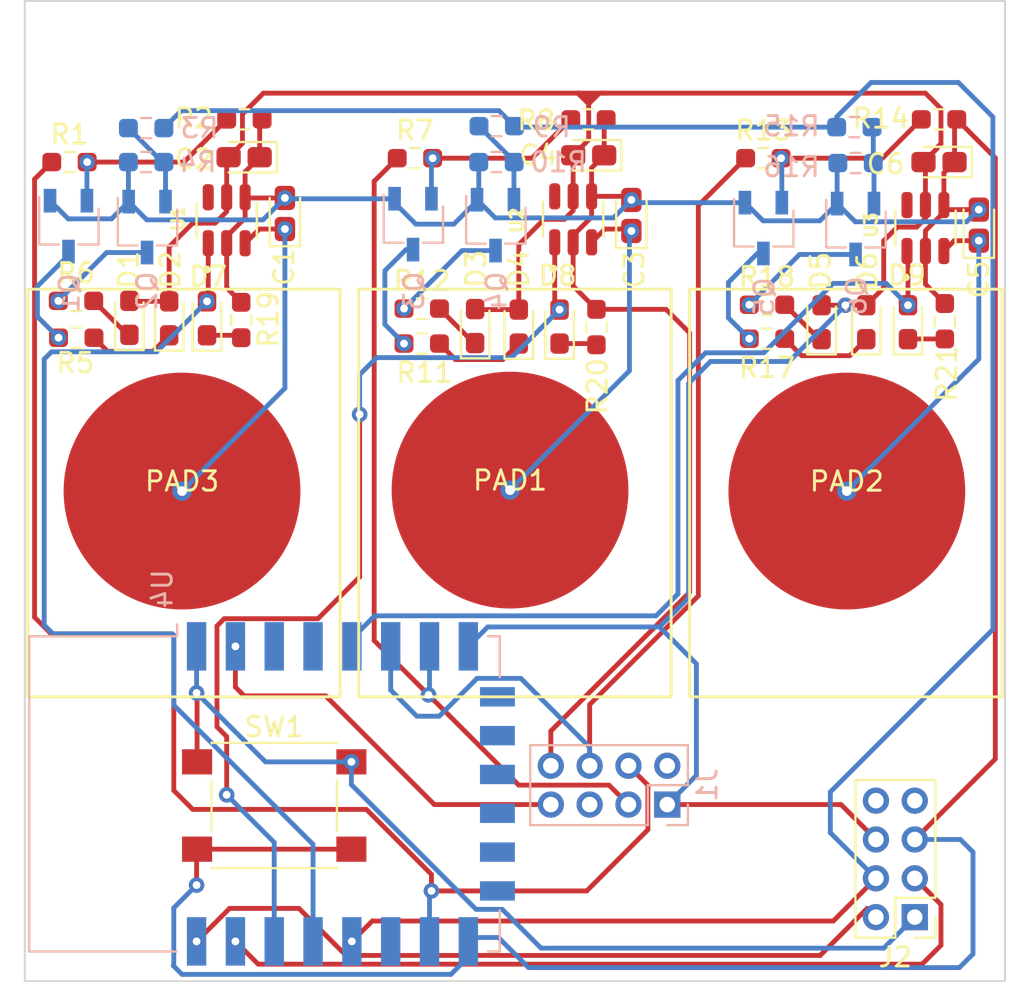
<source format=kicad_pcb>
(kicad_pcb (version 20211014) (generator pcbnew)
  (layers (0 "F.Cu" signal) (31 "B.Cu" signal) (34 "B.Paste" user) (35 "F.Paste" user) (36 "B.SilkS" user "B.Silkscreen") (37 "F.SilkS" user "F.Silkscreen") (38 "B.Mask" user) (39 "F.Mask" user) (44 "Edge.Cuts" user))
  (net 0 "")
  (net 1 "Net-(C1-Pad1)")
  (net 2 "GND")
  (net 3 "+3V3")
  (net 4 "Net-(C3-Pad1)")
  (net 5 "Net-(C5-Pad1)")
  (net 6 "Net-(D1-Pad1)")
  (net 7 "Net-(D2-Pad1)")
  (net 8 "Net-(D3-Pad1)")
  (net 9 "Net-(D4-Pad1)")
  (net 10 "Net-(D5-Pad1)")
  (net 11 "Net-(D6-Pad1)")
  (net 12 "Net-(D7-Pad1)")
  (net 13 "Touch 1")
  (net 14 "Net-(D8-Pad1)")
  (net 15 "Touch 2")
  (net 16 "Net-(D9-Pad1)")
  (net 17 "Touch 3")
  (net 19 "Relay 2")
  (net 20 "Relay 1")
  (net 21 "Relay 3")
  (net 22 "TEMP")
  (net 23 "RST")
  (net 24 "TX")
  (net 25 "RX")
  (net 26 "BLUELED")
  (net 27 "Net-(Q1-Pad2)")
  (net 28 "Net-(Q1-Pad3)")
  (net 29 "Net-(Q2-Pad2)")
  (net 30 "Net-(Q2-Pad3)")
  (net 31 "Net-(Q3-Pad2)")
  (net 32 "Net-(Q3-Pad3)")
  (net 33 "Net-(Q4-Pad2)")
  (net 34 "Net-(Q4-Pad3)")
  (net 35 "Net-(Q5-Pad2)")
  (net 36 "Net-(Q5-Pad3)")
  (net 37 "Net-(Q6-Pad2)")
  (net 38 "Net-(Q6-Pad3)")
  (footprint "Resistor_SMD:R_0603_1608Metric_Pad0.98x0.95mm_HandSolder" (layer "F.Cu") (at 109.8 87.05)
    (fp_text reference "R1")
    (fp_text value "1K")
  )
  (footprint "Connector:senspad" (layer "F.Cu") (at 132.5 103.95)
    (fp_text reference "PAD1")
    (fp_text value "Sense pad 1")
  )
  (footprint "ttp223:SOT95P285X126-6N" (layer "F.Cu") (at 135.75 90 90)
    (fp_text reference "U2")
    (fp_text value "TTP223_2")
  )
  (footprint "LED_SMD:LED_0603_1608Metric_Pad1.05x0.95mm_HandSolder" (layer "F.Cu") (at 148.55 95.3 90)
    (fp_text reference "D5")
    (fp_text value "BLUE")
  )
  (footprint "Button_Switch_SMD:SW_Push_1P1T_NO_6x6mm_H9.5mm" (layer "F.Cu") (at 120.35 120.2)
    (fp_text reference "SW1")
    (fp_text value "Reset Switch")
  )
  (footprint "Resistor_SMD:R_0603_1608Metric_Pad0.98x0.95mm_HandSolder" (layer "F.Cu") (at 127.95 94.6)
    (fp_text reference "R12")
    (fp_text value "10R")
  )
  (footprint "Capacitor_Tantalum_SMD:CP_EIA-1608-10_AVX-L_Pad1.25x1.05mm_HandSolder" (layer "F.Cu") (at 154.6 87.05 180)
    (fp_text reference "C6")
    (fp_text value "100nF")
  )
  (footprint "Resistor_SMD:R_0603_1608Metric_Pad0.98x0.95mm_HandSolder" (layer "F.Cu") (at 154.9 95.25 90)
    (fp_text reference "R21")
    (fp_text value "1K")
  )
  (footprint "Resistor_SMD:R_0603_1608Metric_Pad0.98x0.95mm_HandSolder" (layer "F.Cu") (at 127.6 86.85)
    (fp_text reference "R7")
    (fp_text value "1K")
  )
  (footprint "Resistor_SMD:R_0603_1608Metric_Pad0.98x0.95mm_HandSolder" (layer "F.Cu") (at 145.7375 96.15)
    (fp_text reference "R17")
    (fp_text value "10R")
  )
  (footprint "Capacitor_Tantalum_SMD:CP_EIA-1608-10_AVX-L_Pad1.25x1.05mm_HandSolder" (layer "F.Cu") (at 120.9 89.7 90)
    (fp_text reference "C1")
    (fp_text value "0-50 pF (30 pF)")
  )
  (footprint "Resistor_SMD:R_0603_1608Metric_Pad0.98x0.95mm_HandSolder" (layer "F.Cu") (at 118.8125 84.85 180)
    (fp_text reference "R2")
    (fp_text value "10K")
  )
  (footprint "Resistor_SMD:R_0603_1608Metric_Pad0.98x0.95mm_HandSolder" (layer "F.Cu") (at 136.95 95.55 90)
    (fp_text reference "R20")
    (fp_text value "1K")
  )
  (footprint "Capacitor_Tantalum_SMD:CP_EIA-1608-10_AVX-L_Pad1.25x1.05mm_HandSolder" (layer "F.Cu") (at 138.75 89.8 90)
    (fp_text reference "C3")
    (fp_text value "0-50 pF (30 pF)")
  )
  (footprint "Resistor_SMD:R_0603_1608Metric_Pad0.98x0.95mm_HandSolder" (layer "F.Cu") (at 110.1375 94.2)
    (fp_text reference "R6")
    (fp_text value "10R")
  )
  (footprint "LED_SMD:LED_0603_1608Metric_Pad1.05x0.95mm_HandSolder" (layer "F.Cu") (at 114.9375 95.1 90)
    (fp_text reference "D2")
    (fp_text value "WHITE")
  )
  (footprint "Resistor_SMD:R_0603_1608Metric_Pad0.98x0.95mm_HandSolder" (layer "F.Cu") (at 154.6 84.85 180)
    (fp_text reference "R14")
    (fp_text value "10K")
  )
  (footprint "LED_SMD:LED_0603_1608Metric_Pad1.05x0.95mm_HandSolder" (layer "F.Cu") (at 135.05 95.525 90)
    (fp_text reference "D8")
    (fp_text value "RED")
  )
  (footprint "Resistor_SMD:R_0603_1608Metric_Pad0.98x0.95mm_HandSolder" (layer "F.Cu") (at 118.65 95.1875 90)
    (fp_text reference "R19")
    (fp_text value "1K")
  )
  (footprint "ttp223:SOT95P285X126-6N" (layer "F.Cu") (at 153.9 90.45 90)
    (fp_text reference "U3")
    (fp_text value "TTP223_3")
  )
  (footprint "Capacitor_Tantalum_SMD:CP_EIA-1608-10_AVX-L_Pad1.25x1.05mm_HandSolder" (layer "F.Cu") (at 118.8 86.8 180)
    (fp_text reference "C2")
    (fp_text value "100nF")
  )
  (footprint "Connector:senspad" (layer "F.Cu") (at 115.6 104)
    (fp_text reference "PAD3")
    (fp_text value "Sense pad 3")
  )
  (footprint "Connector_PinHeader_2.00mm:PinHeader_2x04_P2.00mm_Vertical" (layer "F.Cu") (at 153.35 125.95 180)
    (fp_text reference "J2")
    (fp_text value "2x4 Regular")
  )
  (footprint "LED_SMD:LED_0603_1608Metric_Pad1.05x0.95mm_HandSolder" (layer "F.Cu") (at 116.8875 95.1 90)
    (fp_text reference "D7")
    (fp_text value "RED")
  )
  (footprint "LED_SMD:LED_0603_1608Metric_Pad1.05x0.95mm_HandSolder" (layer "F.Cu") (at 130.7 95.5 90)
    (fp_text reference "D3")
    (fp_text value "BLUE")
  )
  (footprint "Resistor_SMD:R_0603_1608Metric_Pad0.98x0.95mm_HandSolder" (layer "F.Cu") (at 127.95 96.4)
    (fp_text reference "R11")
    (fp_text value "10R")
  )
  (footprint "LED_SMD:LED_0603_1608Metric_Pad1.05x0.95mm_HandSolder" (layer "F.Cu") (at 153 95.3 90)
    (fp_text reference "D9")
    (fp_text value "RED")
  )
  (footprint "LED_SMD:LED_0603_1608Metric_Pad1.05x0.95mm_HandSolder" (layer "F.Cu") (at 150.85 95.3 90)
    (fp_text reference "D6")
    (fp_text value "WHITE")
  )
  (footprint "Connector:senspad" (layer "F.Cu") (at 149.85 104)
    (fp_text reference "PAD2")
    (fp_text value "Sense pad 2")
  )
  (footprint "LED_SMD:LED_0603_1608Metric_Pad1.05x0.95mm_HandSolder" (layer "F.Cu") (at 132.95 95.525 90)
    (fp_text reference "D4")
    (fp_text value "WHITE")
  )
  (footprint "ttp223:SOT95P285X126-6N" (layer "F.Cu") (at 117.9 90.0475 90)
    (fp_text reference "U1")
    (fp_text value "TTP223_1")
  )
  (footprint "LED_SMD:LED_0603_1608Metric_Pad1.05x0.95mm_HandSolder" (layer "F.Cu") (at 112.8875 95.075 90)
    (fp_text reference "D1")
    (fp_text value "BLUE")
  )
  (footprint "Resistor_SMD:R_0603_1608Metric_Pad0.98x0.95mm_HandSolder" (layer "F.Cu") (at 110.15 96.1)
    (fp_text reference "R5")
    (fp_text value "10R")
  )
  (footprint "Capacitor_Tantalum_SMD:CP_EIA-1608-10_AVX-L_Pad1.25x1.05mm_HandSolder" (layer "F.Cu") (at 156.65 90.3 90)
    (fp_text reference "C5")
    (fp_text value "0-50 pF (30 pF)")
  )
  (footprint "Capacitor_Tantalum_SMD:CP_EIA-1608-10_AVX-L_Pad1.25x1.05mm_HandSolder" (layer "F.Cu") (at 136.55 86.7 180)
    (fp_text reference "C4")
    (fp_text value "100nF")
  )
  (footprint "Resistor_SMD:R_0603_1608Metric_Pad0.98x0.95mm_HandSolder" (layer "F.Cu") (at 136.5375 84.85 180)
    (fp_text reference "R8")
    (fp_text value "10K")
  )
  (footprint "Resistor_SMD:R_0603_1608Metric_Pad0.98x0.95mm_HandSolder" (layer "F.Cu") (at 145.7375 94.4)
    (fp_text reference "R18")
    (fp_text value "10R")
  )
  (footprint "Resistor_SMD:R_0603_1608Metric_Pad0.98x0.95mm_HandSolder" (layer "F.Cu") (at 145.55 86.85)
    (fp_text reference "R13")
    (fp_text value "1K")
  )
  (footprint "Resistor_SMD:R_0603_1608Metric_Pad0.98x0.95mm_HandSolder" (layer "B.Cu") (at 150.2375 85.25)
    (fp_text reference "R15")
    (fp_text value "1K")
  )
  (footprint "Package_TO_SOT_SMD:TSOT-23" (layer "B.Cu") (at 150.3 90.5 -90)
    (fp_text reference "Q6")
    (fp_text value "MMBT2222")
  )
  (footprint "Package_TO_SOT_SMD:TSOT-23" (layer "B.Cu") (at 109.75 90.35 -90)
    (fp_text reference "Q1")
    (fp_text value "MMBT2222")
  )
  (footprint "Resistor_SMD:R_0603_1608Metric_Pad0.98x0.95mm_HandSolder" (layer "B.Cu") (at 113.75 85.3 180)
    (fp_text reference "R3")
    (fp_text value "1K")
  )
  (footprint "Package_TO_SOT_SMD:TSOT-23" (layer "B.Cu") (at 127.5 90.25 -90)
    (fp_text reference "Q3")
    (fp_text value "MMBT2222")
  )
  (footprint "Resistor_SMD:R_0603_1608Metric_Pad0.98x0.95mm_HandSolder" (layer "B.Cu") (at 131.8 87.05)
    (fp_text reference "R10")
    (fp_text value "10K")
  )
  (footprint "Package_TO_SOT_SMD:TSOT-23" (layer "B.Cu") (at 131.75 90.3 -90)
    (fp_text reference "Q4")
    (fp_text value "MMBT2222")
  )
  (footprint "Package_TO_SOT_SMD:TSOT-23" (layer "B.Cu") (at 113.8 90.4 -90)
    (fp_text reference "Q2")
    (fp_text value "MMBT2222")
  )
  (footprint "RF_Module:ESP-12E" (layer "B.Cu") (at 119.85 119.6 -90)
    (fp_text reference "U4")
    (fp_text value "ESP-12E")
  )
  (footprint "Resistor_SMD:R_0603_1608Metric_Pad0.98x0.95mm_HandSolder" (layer "B.Cu") (at 113.75 87.05)
    (fp_text reference "R4")
    (fp_text value "10K")
  )
  (footprint "Connector_PinHeader_2.00mm:PinHeader_2x04_P2.00mm_Vertical" (layer "B.Cu") (at 140.6 120.15 90)
    (fp_text reference "J1")
    (fp_text value "2x4 SMD 2.0 MM")
  )
  (footprint "Resistor_SMD:R_0603_1608Metric_Pad0.98x0.95mm_HandSolder" (layer "B.Cu") (at 150.3 87.1)
    (fp_text reference "R16")
    (fp_text value "10K")
  )
  (footprint "Resistor_SMD:R_0603_1608Metric_Pad0.98x0.95mm_HandSolder" (layer "B.Cu") (at 131.8125 85.2 180)
    (fp_text reference "R9")
    (fp_text value "1K")
  )
  (footprint "Package_TO_SOT_SMD:TSOT-23" (layer "B.Cu") (at 145.55 90.45 -90)
    (fp_text reference "Q5")
    (fp_text value "MMBT2222")
  )
  (gr_rect (start 124.7 93.6) (end 140.8 114.6) (layer "F.SilkS") (width 0.15) (fill none))
  (gr_rect (start 107.65 93.6) (end 123.75 114.6) (layer "F.SilkS") (width 0.15) (fill none))
  (gr_rect (start 141.75 93.6) (end 157.85 114.6) (layer "F.SilkS") (width 0.15) (fill none))
  (gr_rect (start 107.5 78.75) (end 158 129.25) (layer "Edge.Cuts") (width 0.1) (fill none))
  (segment (start 120.9 90.5) (end 119.5825 90.5) (width 0.25) (layer "F.Cu") (net 1))
  (segment (start 119.5825 90.5) (end 118.85 91.2325) (width 0.25) (layer "F.Cu") (net 1))
  (via (at 120.9 90.5) (size 0.8) (drill 0.4) (layers "F.Cu" "B.Cu") (net 1))
  (segment (start 120.9 98.7) (end 120.9 90.5) (width 0.25) (layer "B.Cu") (net 1))
  (segment (start 115.6 104) (end 120.9 98.7) (width 0.25) (layer "B.Cu") (net 1))
  (segment (start 137.35 84.95) (end 137.45 84.85) (width 0.25) (layer "F.Cu") (net 2))
  (segment (start 124.325 122.45) (end 116.375 122.45) (width 0.25) (layer "F.Cu") (net 2))
  (segment (start 118.85 89.927085) (end 117.9 90.877085) (width 0.25) (layer "F.Cu") (net 2))
  (segment (start 116.35 124.3) (end 116.35 122.475) (width 0.25) (layer "F.Cu") (net 2))
  (segment (start 155.085 89.5) (end 154.85 89.265) (width 0.25) (layer "F.Cu") (net 2))
  (segment (start 136.95 94.6375) (end 140.5375 94.6375) (width 0.25) (layer "F.Cu") (net 2))
  (segment (start 120.9 88.9) (end 118.8875 88.9) (width 0.25) (layer "F.Cu") (net 2))
  (segment (start 117.9 90.877085) (end 117.9 91.2325) (width 0.25) (layer "F.Cu") (net 2))
  (segment (start 118.65 94.275) (end 117.9 93.525) (width 0.25) (layer "F.Cu") (net 2))
  (segment (start 153.35 121.95) (end 157.49952 117.80048) (width 0.25) (layer "F.Cu") (net 2))
  (segment (start 118.85 88.8625) (end 118.85 87.55) (width 0.25) (layer "F.Cu") (net 2))
  (segment (start 135.75 93.4375) (end 135.75 91.185) (width 0.25) (layer "F.Cu") (net 2))
  (segment (start 154.85 89.265) (end 154.85 87.6) (width 0.25) (layer "F.Cu") (net 2))
  (segment (start 135.75 90.829585) (end 135.75 91.185) (width 0.25) (layer "F.Cu") (net 2))
  (segment (start 119.6 84.975) (end 119.725 84.85) (width 0.25) (layer "F.Cu") (net 2))
  (segment (start 140.5375 94.6375) (end 141.75048 95.85048) (width 0.25) (layer "F.Cu") (net 2))
  (segment (start 156.65 89.5) (end 155.085 89.5) (width 0.25) (layer "F.Cu") (net 2))
  (segment (start 153.9 91.635) (end 153.9 93.3375) (width 0.25) (layer "F.Cu") (net 2))
  (segment (start 118.85 88.8625) (end 118.85 89.927085) (width 0.25) (layer "F.Cu") (net 2))
  (segment (start 154.85 87.6) (end 155.4 87.05) (width 0.25) (layer "F.Cu") (net 2))
  (segment (start 137.35 86.7) (end 137.35 84.95) (width 0.25) (layer "F.Cu") (net 2))
  (segment (start 118.8875 88.9) (end 118.85 88.8625) (width 0.25) (layer "F.Cu") (net 2))
  (segment (start 138.565 88.815) (end 138.75 89) (width 0.25) (layer "F.Cu") (net 2))
  (segment (start 153.9 91.635) (end 153.9 90.585718) (width 0.25) (layer "F.Cu") (net 2))
  (segment (start 154.8 89.265) (end 154.8 89.620415) (width 0.25) (layer "F.Cu") (net 2))
  (segment (start 153.9 90.585718) (end 154.85 89.635718) (width 0.25) (layer "F.Cu") (net 2))
  (segment (start 153.9 93.3375) (end 154.9 94.3375) (width 0.25) (layer "F.Cu") (net 2))
  (segment (start 157.49952 117.80048) (end 157.49952 86.83702) (width 0.25) (layer "F.Cu") (net 2))
  (segment (start 155.4 84.9625) (end 155.5125 84.85) (width 0.25) (layer "F.Cu") (net 2))
  (segment (start 154.85 89.635718) (end 154.85 89.265) (width 0.25) (layer "F.Cu") (net 2))
  (segment (start 116.35 122.475) (end 116.375 122.45) (width 0.25) (layer "F.Cu") (net 2))
  (segment (start 136.95 94.6375) (end 135.75 93.4375) (width 0.25) (layer "F.Cu") (net 2))
  (segment (start 141.75048 109.213802) (end 134.6 116.364282) (width 0.25) (layer "F.Cu") (net 2))
  (segment (start 136.7 87.35) (end 137.35 86.7) (width 0.25) (layer "F.Cu") (net 2))
  (segment (start 136.7 89.879585) (end 135.75 90.829585) (width 0.25) (layer "F.Cu") (net 2))
  (segment (start 136.7 88.815) (end 138.565 88.815) (width 0.25) (layer "F.Cu") (net 2))
  (segment (start 157.49952 86.83702) (end 155.5125 84.85) (width 0.25) (layer "F.Cu") (net 2))
  (segment (start 136.7 88.815) (end 136.7 87.35) (width 0.25) (layer "F.Cu") (net 2))
  (segment (start 119.6 86.8) (end 119.6 84.975) (width 0.25) (layer "F.Cu") (net 2))
  (segment (start 155.4 87.05) (end 155.4 84.9625) (width 0.25) (layer "F.Cu") (net 2))
  (segment (start 134.6 116.364282) (end 134.6 118.15) (width 0.25) (layer "F.Cu") (net 2))
  (segment (start 117.9 93.525) (end 117.9 91.2325) (width 0.25) (layer "F.Cu") (net 2))
  (segment (start 141.75048 95.85048) (end 141.75048 109.213802) (width 0.25) (layer "F.Cu") (net 2))
  (segment (start 118.85 87.55) (end 119.6 86.8) (width 0.25) (layer "F.Cu") (net 2))
  (segment (start 136.7 88.815) (end 136.7 89.879585) (width 0.25) (layer "F.Cu") (net 2))
  (via (at 156.65 89.5) (size 0.8) (drill 0.4) (layers "F.Cu" "B.Cu") (net 2))
  (via (at 138.75 89) (size 0.8) (drill 0.4) (layers "F.Cu" "B.Cu") (net 2))
  (via (at 116.35 124.3) (size 0.8) (drill 0.4) (layers "F.Cu" "B.Cu") (net 2))
  (via (at 120.9 88.9) (size 0.8) (drill 0.4) (layers "F.Cu" "B.Cu") (net 2))
  (segment (start 130.8875 87.05) (end 130.8875 88.9025) (width 0.25) (layer "B.Cu") (net 2))
  (segment (start 149.35 87.1375) (end 149.3875 87.1) (width 0.25) (layer "B.Cu") (net 2))
  (segment (start 149.35 89.19) (end 150.284511 90.124511) (width 0.25) (layer "B.Cu") (net 2))
  (segment (start 119.775489 90.024511) (end 120.9 88.9) (width 0.25) (layer "B.Cu") (net 2))
  (segment (start 108.8 89.04) (end 109.734511 89.974511) (width 0.25) (layer "B.Cu") (net 2))
  (segment (start 127.65 90.25) (end 126.55 89.15) (width 0.25) (layer "B.Cu") (net 2))
  (segment (start 112.85 89.09) (end 113.784511 90.024511) (width 0.25) (layer "B.Cu") (net 2))
  (segment (start 138.89 89.14) (end 138.75 89) (width 0.25) (layer "B.Cu") (net 2))
  (segment (start 115.17502 128.42498) (end 115.17502 125.6) (width 0.25) (layer "B.Cu") (net 2))
  (segment (start 129.45 128.9) (end 115.7 128.9) (width 0.25) (layer "B.Cu") (net 2))
  (segment (start 130.8 88.99) (end 131.734511 89.924511) (width 0.25) (layer "B.Cu") (net 2))
  (segment (start 115.7 128.9) (end 115.6 128.9) (width 0.25) (layer "B.Cu") (net 2))
  (segment (start 126.55 88.94) (end 120.94 88.94) (width 0.25) (layer "B.Cu") (net 2))
  (segment (start 144.6 89.14) (end 145.534511 90.074511) (width 0.25) (layer "B.Cu") (net 2))
  (segment (start 133.45 128.55) (end 155.65 128.55) (width 0.25) (layer "B.Cu") (net 2))
  (segment (start 113.784511 90.024511) (end 119.775489 90.024511) (width 0.25) (layer "B.Cu") (net 2))
  (segment (start 115.6 128.9) (end 115.15 128.45) (width 0.25) (layer "B.Cu") (net 2))
  (segment (start 155.65 128.55) (end 156.35 127.85) (width 0.25) (layer "B.Cu") (net 2))
  (segment (start 130.8 89.05) (end 129.6 90.25) (width 0.25) (layer "B.Cu") (net 2))
  (segment (start 115.17502 125.6) (end 115.17502 125.47498) (width 0.25) (layer "B.Cu") (net 2))
  (segment (start 148.465489 90.074511) (end 149.35 89.19) (width 0.25) (layer "B.Cu") (net 2))
  (segment (start 115.17502 125.47498) (end 116.35 124.3) (width 0.25) (layer "B.Cu") (net 2))
  (segment (start 150.284511 90.124511) (end 156.025489 90.124511) (width 0.25) (layer "B.Cu") (net 2))
  (segment (start 130.35 127.2) (end 130.35 128) (width 0.25) (layer "B.Cu") (net 2))
  (segment (start 155.7 121.95) (end 153.35 121.95) (width 0.25) (layer "B.Cu") (net 2))
  (segment (start 126.55 89.15) (end 126.55 88.94) (width 0.25) (layer "B.Cu") (net 2))
  (segment (start 130.35 128) (end 129.45 128.9) (width 0.25) (layer "B.Cu") (net 2))
  (segment (start 129.6 90.25) (end 127.65 90.25) (width 0.25) (layer "B.Cu") (net 2))
  (segment (start 145.534511 90.074511) (end 148.465489 90.074511) (width 0.25) (layer "B.Cu") (net 2))
  (segment (start 156.025489 90.124511) (end 156.65 89.5) (width 0.25) (layer "B.Cu") (net 2))
  (segment (start 156.35 122.6) (end 155.7 121.95) (width 0.25) (layer "B.Cu") (net 2))
  (segment (start 144.6 89.14) (end 138.89 89.14) (width 0.25) (layer "B.Cu") (net 2))
  (segment (start 131.9 127) (end 130.55 127) (width 0.25) (layer "B.Cu") (net 2))
  (segment (start 130.8 88.99) (end 130.8 89.05) (width 0.25) (layer "B.Cu") (net 2))
  (segment (start 130.9 87.0375) (end 130.8875 87.05) (width 0.25) (layer "B.Cu") (net 2))
  (segment (start 115.15 128.45) (end 115.17502 128.42498) (width 0.25) (layer "B.Cu") (net 2))
  (segment (start 130.8875 88.9025) (end 130.8 88.99) (width 0.25) (layer "B.Cu") (net 2))
  (segment (start 137.825489 89.924511) (end 138.75 89) (width 0.25) (layer "B.Cu") (net 2))
  (segment (start 111.965489 89.974511) (end 112.85 89.09) (width 0.25) (layer "B.Cu") (net 2))
  (segment (start 109.734511 89.974511) (end 111.965489 89.974511) (width 0.25) (layer "B.Cu") (net 2))
  (segment (start 131.9 127) (end 133.45 128.55) (width 0.25) (layer "B.Cu") (net 2))
  (segment (start 156.35 127.85) (end 156.35 122.6) (width 0.25) (layer "B.Cu") (net 2))
  (segment (start 112.8375 89.0775) (end 112.85 89.09) (width 0.25) (layer "B.Cu") (net 2))
  (segment (start 112.8375 87.05) (end 112.8375 89.0775) (width 0.25) (layer "B.Cu") (net 2))
  (segment (start 131.734511 89.924511) (end 137.825489 89.924511) (width 0.25) (layer "B.Cu") (net 2))
  (segment (start 130.55 127) (end 130.35 127.2) (width 0.25) (layer "B.Cu") (net 2))
  (segment (start 120.94 88.94) (end 120.9 88.9) (width 0.25) (layer "B.Cu") (net 2))
  (segment (start 149.35 89.19) (end 149.35 87.1375) (width 0.25) (layer "B.Cu") (net 2))
  (segment (start 154.49952 86.30048) (end 154.7 86.1) (width 0.25) (layer "F.Cu") (net 3))
  (segment (start 118.71202 84.580664) (end 119.792684 83.5) (width 0.25) (layer "F.Cu") (net 3))
  (segment (start 154.49952 86.35048) (end 154.49952 86.30048) (width 0.25) (layer "F.Cu") (net 3))
  (segment (start 136 83.5) (end 136.1 83.6) (width 0.25) (layer "F.Cu") (net 3))
  (segment (start 136.75 83.65) (end 136.65 83.65) (width 0.25) (layer "F.Cu") (net 3))
  (segment (start 136.1 83.6) (end 136.5 83.6) (width 0.25) (layer "F.Cu") (net 3))
  (segment (start 135.3 90) (end 134.25 90) (width 0.25) (layer "F.Cu") (net 3))
  (segment (start 136.1 83.5) (end 136.1 83.6) (width 0.25) (layer "F.Cu") (net 3))
  (segment (start 153.9 83.5) (end 137.1 83.5) (width 0.25) (layer "F.Cu") (net 3))
  (segment (start 136.55 85.9) (end 135.75 86.7) (width 0.25) (layer "F.Cu") (net 3))
  (segment (start 114.9375 91.4125) (end 114.9375 94.225) (width 0.25) (layer "F.Cu") (net 3))
  (segment (start 151.75 91.1) (end 151.75 93.525) (width 0.25) (layer "F.Cu") (net 3))
  (segment (start 135.75 88.815) (end 135.75 86.7) (width 0.25) (layer "F.Cu") (net 3))
  (segment (start 153.9 89.265) (end 153.9 89.95) (width 0.25) (layer "F.Cu") (net 3))
  (segment (start 132.95 94.65) (end 130.725 94.65) (width 0.25) (layer "F.Cu") (net 3))
  (segment (start 112.9125 94.225) (end 112.8875 94.2) (width 0.25) (layer "F.Cu") (net 3))
  (segment (start 134.25 90) (end 132.95 91.3) (width 0.25) (layer "F.Cu") (net 3))
  (segment (start 137.1 83.5) (end 136.55 84.05) (width 0.25) (layer "F.Cu") (net 3))
  (segment (start 148.55 94.425) (end 149.775 94.425) (width 0.25) (layer "F.Cu") (net 3))
  (segment (start 136.65 83.65) (end 136.5 83.8) (width 0.25) (layer "F.Cu") (net 3))
  (segment (start 116.15 90.2) (end 114.9375 91.4125) (width 0.25) (layer "F.Cu") (net 3))
  (segment (start 149.775 94.425) (end 150.85 94.425) (width 0.25) (layer "F.Cu") (net 3))
  (segment (start 117.9 88.8625) (end 117.9 86.9) (width 0.25) (layer "F.Cu") (net 3))
  (segment (start 154.7 86.1) (end 154.7 84.3) (width 0.25) (layer "F.Cu") (net 3))
  (segment (start 153.9 89.265) (end 153.9 87.15) (width 0.25) (layer "F.Cu") (net 3))
  (segment (start 153.9 87.15) (end 153.8 87.05) (width 0.25) (layer "F.Cu") (net 3))
  (segment (start 132.95 91.3) (end 132.95 94.65) (width 0.25) (layer "F.Cu") (net 3))
  (segment (start 117.9 86.9) (end 118 86.8) (width 0.25) (layer "F.Cu") (net 3))
  (segment (start 152.45 90.4) (end 151.75 91.1) (width 0.25) (layer "F.Cu") (net 3))
  (segment (start 135.75 88.815) (end 135.75 89.55) (width 0.25) (layer "F.Cu") (net 3))
  (segment (start 114.9375 94.225) (end 112.9125 94.225) (width 0.25) (layer "F.Cu") (net 3))
  (segment (start 135.95 83.5) (end 136 83.5) (width 0.25) (layer "F.Cu") (net 3))
  (segment (start 153.8 87.05) (end 154.49952 86.35048) (width 0.25) (layer "F.Cu") (net 3))
  (segment (start 117.3 90.2) (end 116.15 90.2) (width 0.25) (layer "F.Cu") (net 3))
  (segment (start 130.725 94.65) (end 130.7 94.625) (width 0.25) (layer "F.Cu") (net 3))
  (segment (start 136.7 83.7) (end 136.75 83.65) (width 0.25) (layer "F.Cu") (net 3))
  (segment (start 117.9 89.6) (end 117.3 90.2) (width 0.25) (layer "F.Cu") (net 3))
  (segment (start 117.9 88.8625) (end 117.9 89.6) (width 0.25) (layer "F.Cu") (net 3))
  (segment (start 118 86.8) (end 118.71202 86.08798) (width 0.25) (layer "F.Cu") (net 3))
  (segment (start 135.95 83.5) (end 136.1 83.5) (width 0.25) (layer "F.Cu") (net 3))
  (segment (start 151.35 121.95) (end 149.55 120.15) (width 0.25) (layer "F.Cu") (net 3))
  (segment (start 135.75 89.55) (end 135.3 90) (width 0.25) (layer "F.Cu") (net 3))
  (segment (start 136.6 83.7) (end 136.7 83.7) (width 0.25) (layer "F.Cu") (net 3))
  (segment (start 153.9 89.95) (end 153.45 90.4) (width 0.25) (layer "F.Cu") (net 3))
  (segment (start 149.55 120.15) (end 140.6 120.15) (width 0.25) (layer "F.Cu") (net 3))
  (segment (start 153.45 90.4) (end 152.45 90.4) (width 0.25) (layer "F.Cu") (net 3))
  (segment (start 136.6 83.7) (end 136.5 83.6) (width 0.25) (layer "F.Cu") (net 3))
  (segment (start 119.792684 83.5) (end 135.95 83.5) (width 0.25) (layer "F.Cu") (net 3))
  (segment (start 154.7 84.3) (end 153.9 83.5) (width 0.25) (layer "F.Cu") (net 3))
  (segment (start 118.71202 86.08798) (end 118.71202 84.580664) (width 0.25) (layer "F.Cu") (net 3))
  (segment (start 151.75 93.525) (end 150.85 94.425) (width 0.25) (layer "F.Cu") (net 3))
  (segment (start 136.55 84.05) (end 136.55 85.9) (width 0.25) (layer "F.Cu") (net 3))
  (segment (start 136.1 83.6) (end 136.55 84.05) (width 0.25) (layer "F.Cu") (net 3))
  (segment (start 136.1 83.5) (end 137.45 83.5) (width 0.25) (layer "F.Cu") (net 3))
  (via (at 149.775 94.425) (size 0.8) (drill 0.4) (layers "F.Cu" "B.Cu") (net 3))
  (segment (start 141.7 98.45) (end 142.825969 97.324031) (width 0.25) (layer "B.Cu") (net 3))
  (segment (start 141.7 109.5) (end 141.7 98.45) (width 0.25) (layer "B.Cu") (net 3))
  (segment (start 130.35 112) (end 131.35 111) (width 0.25) (layer "B.Cu") (net 3))
  (segment (start 140.2 111) (end 142.1 112.9) (width 0.25) (layer "B.Cu") (net 3))
  (segment (start 142.1 112.9) (end 142.1 118.65) (width 0.25) (layer "B.Cu") (net 3))
  (segment (start 142.1 118.65) (end 140.6 120.15) (width 0.25) (layer "B.Cu") (net 3))
  (segment (start 131.35 111) (end 140.2 111) (width 0.25) (layer "B.Cu") (net 3))
  (segment (start 140.2 111) (end 141.7 109.5) (width 0.25) (layer "B.Cu") (net 3))
  (segment (start 142.825969 97.324031) (end 146.875969 97.324031) (width 0.25) (layer "B.Cu") (net 3))
  (segment (start 146.875969 97.324031) (end 149.775 94.425) (width 0.25) (layer "B.Cu") (net 3))
  (segment (start 138.65 90.5) (end 138.75 90.6) (width 0.25) (layer "F.Cu") (net 4))
  (segment (start 137.385 90.5) (end 138.65 90.5) (width 0.25) (layer "F.Cu") (net 4))
  (segment (start 136.7 91.185) (end 137.385 90.5) (width 0.25) (layer "F.Cu") (net 4))
  (via (at 138.75 90.6) (size 0.8) (drill 0.4) (layers "F.Cu" "B.Cu") (net 4))
  (segment (start 132.5 103.95) (end 138.65 97.8) (width 0.25) (layer "B.Cu") (net 4))
  (segment (start 138.65 97.8) (end 138.65 90.7) (width 0.25) (layer "B.Cu") (net 4))
  (segment (start 138.65 90.7) (end 138.75 90.6) (width 0.25) (layer "B.Cu") (net 4))
  (segment (start 156.65 91.1) (end 155.385 91.1) (width 0.25) (layer "F.Cu") (net 5))
  (segment (start 155.385 91.1) (end 154.85 91.635) (width 0.25) (layer "F.Cu") (net 5))
  (via (at 156.65 91.1) (size 0.8) (drill 0.4) (layers "F.Cu" "B.Cu") (net 5))
  (segment (start 156.65 97.2) (end 156.65 91.1) (width 0.25) (layer "B.Cu") (net 5))
  (segment (start 149.85 104) (end 156.65 97.2) (width 0.25) (layer "B.Cu") (net 5))
  (segment (start 112.8875 95.95) (end 112.8 95.95) (width 0.25) (layer "F.Cu") (net 6))
  (segment (start 112.8 95.95) (end 111.05 94.2) (width 0.25) (layer "F.Cu") (net 6))
  (segment (start 114.11298 96.79952) (end 111.76202 96.79952) (width 0.25) (layer "F.Cu") (net 7))
  (segment (start 114.9375 95.975) (end 114.11298 96.79952) (width 0.25) (layer "F.Cu") (net 7))
  (segment (start 111.76202 96.79952) (end 111.0625 96.1) (width 0.25) (layer "F.Cu") (net 7))
  (segment (start 130.6375 96.375) (end 128.8625 94.6) (width 0.25) (layer "F.Cu") (net 8))
  (segment (start 130.7 96.375) (end 130.6375 96.375) (width 0.25) (layer "F.Cu") (net 8))
  (segment (start 129.68702 97.22452) (end 132.12548 97.22452) (width 0.25) (layer "F.Cu") (net 9))
  (segment (start 128.8625 96.4) (end 129.68702 97.22452) (width 0.25) (layer "F.Cu") (net 9))
  (segment (start 132.12548 97.22452) (end 132.95 96.4) (width 0.25) (layer "F.Cu") (net 9))
  (segment (start 148.55 96.175) (end 148.425 96.175) (width 0.25) (layer "F.Cu") (net 10))
  (segment (start 148.425 96.175) (end 146.65 94.4) (width 0.25) (layer "F.Cu") (net 10))
  (segment (start 150.85 96.175) (end 150.00048 97.02452) (width 0.25) (layer "F.Cu") (net 11))
  (segment (start 150.00048 97.02452) (end 147.52452 97.02452) (width 0.25) (layer "F.Cu") (net 11))
  (segment (start 147.52452 97.02452) (end 146.65 96.15) (width 0.25) (layer "F.Cu") (net 11))
  (segment (start 116.8875 95.975) (end 118.525 95.975) (width 0.25) (layer "F.Cu") (net 12))
  (segment (start 118.525 95.975) (end 118.65 96.1) (width 0.25) (layer "F.Cu") (net 12))
  (segment (start 116.95 94.1625) (end 116.8875 94.225) (width 0.25) (layer "F.Cu") (net 13))
  (segment (start 116.95 91.2325) (end 116.95 94.1625) (width 0.25) (layer "F.Cu") (net 13))
  (via (at 116.8875 94.225) (size 0.8) (drill 0.4) (layers "F.Cu" "B.Cu") (net 13))
  (segment (start 122.35 122.2) (end 115.17502 115.02502) (width 0.25) (layer "B.Cu") (net 13))
  (segment (start 108.5 97.2) (end 108.875489 96.824511) (width 0.25) (layer "B.Cu") (net 13))
  (segment (start 115.101784 111.35498) (end 108.95 111.35498) (width 0.25) (layer "B.Cu") (net 13))
  (segment (start 108.95 111.35498) (end 108.5 110.90498) (width 0.25) (layer "B.Cu") (net 13))
  (segment (start 108.5 110.90498) (end 108.5 97.2) (width 0.25) (layer "B.Cu") (net 13))
  (segment (start 115.17502 115.02502) (end 115.17502 111.428216) (width 0.25) (layer "B.Cu") (net 13))
  (segment (start 122.35 127.2) (end 122.35 122.2) (width 0.25) (layer "B.Cu") (net 13))
  (segment (start 114.287989 96.824511) (end 116.8875 94.225) (width 0.25) (layer "B.Cu") (net 13))
  (segment (start 115.17502 111.428216) (end 115.101784 111.35498) (width 0.25) (layer "B.Cu") (net 13))
  (segment (start 108.875489 96.824511) (end 114.287989 96.824511) (width 0.25) (layer "B.Cu") (net 13))
  (segment (start 136.8875 96.4) (end 136.95 96.4625) (width 0.25) (layer "F.Cu") (net 14))
  (segment (start 135.05 96.4) (end 136.8875 96.4) (width 0.25) (layer "F.Cu") (net 14))
  (segment (start 124.75 100.05) (end 124.75 108.426804) (width 0.25) (layer "F.Cu") (net 15))
  (segment (start 122.601784 110.57502) (end 117.77498 110.57502) (width 0.25) (layer "F.Cu") (net 15))
  (segment (start 117.9 116.65) (end 117.9 119.65) (width 0.25) (layer "F.Cu") (net 15))
  (segment (start 134.8 94.4) (end 135.05 94.65) (width 0.25) (layer "F.Cu") (net 15))
  (segment (start 117.77498 110.57502) (end 117.4 110.95) (width 0.25) (layer "F.Cu") (net 15))
  (segment (start 117.4 116.15) (end 117.9 116.65) (width 0.25) (layer "F.Cu") (net 15))
  (segment (start 124.75 108.426804) (end 122.601784 110.57502) (width 0.25) (layer "F.Cu") (net 15))
  (segment (start 134.8 91.185) (end 134.8 94.4) (width 0.25) (layer "F.Cu") (net 15))
  (segment (start 117.4 110.95) (end 117.4 116.15) (width 0.25) (layer "F.Cu") (net 15))
  (via (at 117.9 119.65) (size 0.8) (drill 0.4) (layers "F.Cu" "B.Cu") (net 15))
  (via (at 124.75 100.05) (size 0.8) (drill 0.4) (layers "F.Cu" "B.Cu") (net 15))
  (via (at 135.05 94.65) (size 0.8) (drill 0.4) (layers "F.Cu" "B.Cu") (net 15))
  (segment (start 124.75 98) (end 125.625489 97.124511) (width 0.25) (layer "B.Cu") (net 15))
  (segment (start 124.75 100.05) (end 124.75 98) (width 0.25) (layer "B.Cu") (net 15))
  (segment (start 117.9 119.65) (end 120.35 122.1) (width 0.25) (layer "B.Cu") (net 15))
  (segment (start 132.575489 97.124511) (end 135.05 94.65) (width 0.25) (layer "B.Cu") (net 15))
  (segment (start 125.625489 97.124511) (end 132.575489 97.124511) (width 0.25) (layer "B.Cu") (net 15))
  (segment (start 120.35 122.1) (end 120.35 127.2) (width 0.25) (layer "B.Cu") (net 15))
  (segment (start 154.85 96.175) (end 154.875 96.15) (width 0.25) (layer "F.Cu") (net 16))
  (segment (start 153.0125 96.1625) (end 153 96.175) (width 0.25) (layer "F.Cu") (net 16))
  (segment (start 154.9 96.1625) (end 153.0125 96.1625) (width 0.25) (layer "F.Cu") (net 16))
  (segment (start 152.95 91.945776) (end 153 91.995776) (width 0.25) (layer "F.Cu") (net 17))
  (segment (start 153 91.995776) (end 153 94.425) (width 0.25) (layer "F.Cu") (net 17))
  (segment (start 152.95 91.635) (end 152.95 91.945776) (width 0.25) (layer "F.Cu") (net 17))
  (via (at 153 94.425) (size 0.8) (drill 0.4) (layers "F.Cu" "B.Cu") (net 17))
  (segment (start 125.525489 110.425489) (end 140.024511 110.425489) (width 0.25) (layer "B.Cu") (net 17))
  (segment (start 149.15 93.3) (end 151.875 93.3) (width 0.25) (layer "B.Cu") (net 17))
  (segment (start 142.575489 96.874511) (end 145.575489 96.874511) (width 0.25) (layer "B.Cu") (net 17))
  (segment (start 145.575489 96.874511) (end 149.15 93.3) (width 0.25) (layer "B.Cu") (net 17))
  (segment (start 124.35 112) (end 124.35 111.25) (width 0.25) (layer "B.Cu") (net 17))
  (segment (start 141.15 98.3) (end 142.575489 96.874511) (width 0.25) (layer "B.Cu") (net 17))
  (segment (start 124.35 111.600978) (end 125.525489 110.425489) (width 0.25) (layer "B.Cu") (net 17))
  (segment (start 124.35 112) (end 124.35 111.600978) (width 0.25) (layer "B.Cu") (net 17))
  (segment (start 140.024511 110.425489) (end 141.15 109.3) (width 0.25) (layer "B.Cu") (net 17))
  (segment (start 151.875 93.3) (end 153 94.425) (width 0.25) (layer "B.Cu") (net 17))
  (segment (start 141.15 109.3) (end 141.15 98.3) (width 0.25) (layer "B.Cu") (net 17))
  (segment (start 125.5 88.0375) (end 125.5 88.35) (width 0.25) (layer "F.Cu") (net 19))
  (segment (start 126.6875 86.85) (end 125.5 88.0375) (width 0.25) (layer "F.Cu") (net 19))
  (segment (start 125.5 88.35) (end 125.5 111.7) (width 0.25) (layer "F.Cu") (net 19))
  (segment (start 128.3 114.5) (end 132.949511 119.149511) (width 0.25) (layer "F.Cu") (net 19))
  (segment (start 137.599511 119.149511) (end 138.6 120.15) (width 0.25) (layer "F.Cu") (net 19))
  (segment (start 132.949511 119.149511) (end 137.599511 119.149511) (width 0.25) (layer "F.Cu") (net 19))
  (segment (start 125.5 111.7) (end 128.3 114.5) (width 0.25) (layer "F.Cu") (net 19))
  (via (at 128.3 114.5) (size 0.8) (drill 0.4) (layers "F.Cu" "B.Cu") (net 19))
  (segment (start 128.35 114.45) (end 128.35 112) (width 0.25) (layer "B.Cu") (net 19))
  (segment (start 128.3 114.5) (end 128.35 114.45) (width 0.25) (layer "B.Cu") (net 19))
  (segment (start 108.8875 87.05) (end 108.002205 87.935295) (width 0.25) (layer "F.Cu") (net 20))
  (segment (start 128.45 123.75) (end 128.45 124.6) (width 0.25) (layer "F.Cu") (net 20))
  (segment (start 125.1 120.4) (end 128.45 123.75) (width 0.25) (layer "F.Cu") (net 20))
  (segment (start 128.45 124.6) (end 136.45 124.6) (width 0.25) (layer "F.Cu") (net 20))
  (segment (start 115.17502 119.42502) (end 116.15 120.4) (width 0.25) (layer "F.Cu") (net 20))
  (segment (start 115.17502 111.428216) (end 115.17502 119.42502) (width 0.25) (layer "F.Cu") (net 20))
  (segment (start 136.45 124.6) (end 139.6 121.45) (width 0.25) (layer "F.Cu") (net 20))
  (segment (start 139.6 121.45) (end 139.6 119.15) (width 0.25) (layer "F.Cu") (net 20))
  (segment (start 115.101784 111.35498) (end 115.17502 111.428216) (width 0.25) (layer "F.Cu") (net 20))
  (segment (start 108.002205 87.935295) (end 108.002205 110.501784) (width 0.25) (layer "F.Cu") (net 20))
  (segment (start 108.002205 110.501784) (end 108.855401 111.35498) (width 0.25) (layer "F.Cu") (net 20))
  (segment (start 108.855401 111.35498) (end 115.101784 111.35498) (width 0.25) (layer "F.Cu") (net 20))
  (segment (start 116.15 120.4) (end 125.1 120.4) (width 0.25) (layer "F.Cu") (net 20))
  (segment (start 139.6 119.15) (end 138.6 118.15) (width 0.25) (layer "F.Cu") (net 20))
  (via (at 128.45 124.6) (size 0.8) (drill 0.4) (layers "F.Cu" "B.Cu") (net 20))
  (segment (start 128.45 124.6) (end 128.35 124.7) (width 0.25) (layer "B.Cu") (net 20))
  (segment (start 128.35 124.7) (end 128.35 127.2) (width 0.25) (layer "B.Cu") (net 20))
  (segment (start 144.6375 86.85) (end 142.2 89.2875) (width 0.25) (layer "F.Cu") (net 21))
  (segment (start 142.2 89.2875) (end 142.2 109.4) (width 0.25) (layer "F.Cu") (net 21))
  (segment (start 136.6 115) (end 136.6 118.15) (width 0.25) (layer "F.Cu") (net 21))
  (segment (start 142.2 109.4) (end 136.6 115) (width 0.25) (layer "F.Cu") (net 21))
  (segment (start 128.85 115.6) (end 127.7 115.6) (width 0.25) (layer "B.Cu") (net 21))
  (segment (start 133.054594 113.65) (end 130.8 113.65) (width 0.25) (layer "B.Cu") (net 21))
  (segment (start 136.6 117.195406) (end 133.054594 113.65) (width 0.25) (layer "B.Cu") (net 21))
  (segment (start 127.7 115.6) (end 126.35 114.25) (width 0.25) (layer "B.Cu") (net 21))
  (segment (start 130.8 113.65) (end 128.85 115.6) (width 0.25) (layer "B.Cu") (net 21))
  (segment (start 136.6 118.15) (end 136.6 117.195406) (width 0.25) (layer "B.Cu") (net 21))
  (segment (start 126.35 114.25) (end 126.35 112) (width 0.25) (layer "B.Cu") (net 21))
  (segment (start 128.599022 120.15) (end 122.999022 114.55) (width 0.25) (layer "F.Cu") (net 22))
  (segment (start 118.35 114.1) (end 118.35 112) (width 0.25) (layer "F.Cu") (net 22))
  (segment (start 118.8 114.55) (end 118.35 114.1) (width 0.25) (layer "F.Cu") (net 22))
  (segment (start 122.999022 114.55) (end 118.8 114.55) (width 0.25) (layer "F.Cu") (net 22))
  (segment (start 134.6 120.15) (end 128.599022 120.15) (width 0.25) (layer "F.Cu") (net 22))
  (via (at 118.35 112) (size 0.8) (drill 0.4) (layers "F.Cu" "B.Cu") (net 22))
  (segment (start 116.375 114.425) (end 116.375 117.95) (width 0.25) (layer "F.Cu") (net 23))
  (segment (start 116.35 114.4) (end 116.375 114.425) (width 0.25) (layer "F.Cu") (net 23))
  (via (at 116.35 114.4) (size 0.8) (drill 0.4) (layers "F.Cu" "B.Cu") (net 23))
  (via (at 124.325 117.95) (size 0.8) (drill 0.4) (layers "F.Cu" "B.Cu") (net 23))
  (segment (start 151.75 127.55) (end 134.1 127.55) (width 0.25) (layer "B.Cu") (net 23))
  (segment (start 119.9 117.95) (end 116.35 114.4) (width 0.25) (layer "B.Cu") (net 23))
  (segment (start 124.325 117.95) (end 119.9 117.95) (width 0.25) (layer "B.Cu") (net 23))
  (segment (start 134.1 127.55) (end 132.1 125.55) (width 0.25) (layer "B.Cu") (net 23))
  (segment (start 153.35 125.95) (end 151.75 127.55) (width 0.25) (layer "B.Cu") (net 23))
  (segment (start 116.35 112) (end 116.35 114.4) (width 0.25) (layer "B.Cu") (net 23))
  (segment (start 130.750978 125.55) (end 124.325 119.124022) (width 0.25) (layer "B.Cu") (net 23))
  (segment (start 132.1 125.55) (end 130.750978 125.55) (width 0.25) (layer "B.Cu") (net 23))
  (segment (start 124.325 119.124022) (end 124.325 117.95) (width 0.25) (layer "B.Cu") (net 23))
  (segment (start 151.35 125.95) (end 150.9 125.5) (width 0.25) (layer "F.Cu") (net 24))
  (segment (start 118.05 125.5) (end 116.35 127.2) (width 0.25) (layer "F.Cu") (net 24))
  (segment (start 150.9 125.5) (end 148.475489 127.924511) (width 0.25) (layer "F.Cu") (net 24))
  (segment (start 124.049897 127.924511) (end 121.625386 125.5) (width 0.25) (layer "F.Cu") (net 24))
  (segment (start 148.475489 127.924511) (end 124.049897 127.924511) (width 0.25) (layer "F.Cu") (net 24))
  (segment (start 121.625386 125.5) (end 118.05 125.5) (width 0.25) (layer "F.Cu") (net 24))
  (via (at 116.35 127.2) (size 0.8) (drill 0.4) (layers "F.Cu" "B.Cu") (net 24))
  (segment (start 154.7 125.3) (end 154.7 127.4) (width 0.25) (layer "F.Cu") (net 25))
  (segment (start 154.7 127.4) (end 153.725969 128.374031) (width 0.25) (layer "F.Cu") (net 25))
  (segment (start 119.524031 128.374031) (end 118.35 127.2) (width 0.25) (layer "F.Cu") (net 25))
  (segment (start 153.725969 128.374031) (end 119.524031 128.374031) (width 0.25) (layer "F.Cu") (net 25))
  (segment (start 153.35 123.95) (end 154.7 125.3) (width 0.25) (layer "F.Cu") (net 25))
  (via (at 118.35 127.2) (size 0.8) (drill 0.4) (layers "F.Cu" "B.Cu") (net 25))
  (segment (start 149.15 126.15) (end 125.4 126.15) (width 0.25) (layer "F.Cu") (net 26))
  (segment (start 151.35 123.95) (end 149.15 126.15) (width 0.25) (layer "F.Cu") (net 26))
  (segment (start 125.4 126.15) (end 124.35 127.2) (width 0.25) (layer "F.Cu") (net 26))
  (via (at 124.35 127.2) (size 0.8) (drill 0.4) (layers "F.Cu" "B.Cu") (net 26))
  (segment (start 149.325 85.25) (end 149.325 84.725) (width 0.25) (layer "B.Cu") (net 26))
  (segment (start 151.1 82.95) (end 155.6 82.95) (width 0.25) (layer "B.Cu") (net 26))
  (segment (start 149 119.5) (end 149 121.6) (width 0.25) (layer "B.Cu") (net 26))
  (segment (start 157.374511 84.724511) (end 157.374511 111.125489) (width 0.25) (layer "B.Cu") (net 26))
  (segment (start 132.7125 85.2125) (end 132.725 85.2) (width 0.25) (layer "B.Cu") (net 26))
  (segment (start 124.35 126.45) (end 124.35 127.2) (width 0.25) (layer "B.Cu") (net 26))
  (segment (start 157.374511 111.125489) (end 149 119.5) (width 0.25) (layer "B.Cu") (net 26))
  (segment (start 149.325 85.25) (end 132.775 85.25) (width 0.25) (layer "B.Cu") (net 26))
  (segment (start 132.725 85.2) (end 131.92548 84.40048) (width 0.25) (layer "B.Cu") (net 26))
  (segment (start 132.775 85.25) (end 132.725 85.2) (width 0.25) (layer "B.Cu") (net 26))
  (segment (start 149.325 84.725) (end 151.1 82.95) (width 0.25) (layer "B.Cu") (net 26))
  (segment (start 151.35 123.95) (end 149 121.6) (width 0.25) (layer "B.Cu") (net 26))
  (segment (start 115.56202 84.40048) (end 114.6625 85.3) (width 0.25) (layer "B.Cu") (net 26))
  (segment (start 131.92548 84.40048) (end 115.56202 84.40048) (width 0.25) (layer "B.Cu") (net 26))
  (segment (start 155.6 82.95) (end 157.374511 84.724511) (width 0.25) (layer "B.Cu") (net 26))
  (segment (start 115.7 87.05) (end 117.9 84.85) (width 0.25) (layer "F.Cu") (net 27))
  (segment (start 110.7125 87.05) (end 115.7 87.05) (width 0.25) (layer "F.Cu") (net 27))
  (via (at 110.7125 87.05) (size 0.8) (drill 0.4) (layers "F.Cu" "B.Cu") (net 27))
  (segment (start 110.7 89.04) (end 110.7 87.0625) (width 0.25) (layer "B.Cu") (net 27))
  (segment (start 110.7 87.0625) (end 110.7125 87.05) (width 0.25) (layer "B.Cu") (net 27))
  (via (at 109.2375 96.1) (size 0.8) (drill 0.4) (layers "F.Cu" "B.Cu") (net 28))
  (segment (start 108.15 95.0125) (end 109.2375 96.1) (width 0.25) (layer "B.Cu") (net 28))
  (segment (start 108.15 93.45) (end 108.15 95.0125) (width 0.25) (layer "B.Cu") (net 28))
  (segment (start 109.75 91.85) (end 108.15 93.45) (width 0.25) (layer "B.Cu") (net 28))
  (segment (start 109.75 91.66) (end 109.75 91.85) (width 0.25) (layer "B.Cu") (net 28))
  (segment (start 114.6625 87.05) (end 114.5875 87.05) (width 0.25) (layer "B.Cu") (net 29))
  (segment (start 114.75 87.1375) (end 114.6625 87.05) (width 0.25) (layer "B.Cu") (net 29))
  (segment (start 114.75 89.09) (end 114.75 87.1375) (width 0.25) (layer "B.Cu") (net 29))
  (segment (start 114.5875 87.05) (end 112.8375 85.3) (width 0.25) (layer "B.Cu") (net 29))
  (via (at 109.225 94.2) (size 0.8) (drill 0.4) (layers "F.Cu" "B.Cu") (net 30))
  (segment (start 111.715 91.71) (end 109.225 94.2) (width 0.25) (layer "B.Cu") (net 30))
  (segment (start 113.8 91.71) (end 111.715 91.71) (width 0.25) (layer "B.Cu") (net 30))
  (segment (start 128.5125 86.85) (end 133.625 86.85) (width 0.25) (layer "F.Cu") (net 31))
  (segment (start 133.625 86.85) (end 135.625 84.85) (width 0.25) (layer "F.Cu") (net 31))
  (via (at 128.5125 86.85) (size 0.8) (drill 0.4) (layers "F.Cu" "B.Cu") (net 31))
  (segment (start 128.45 86.9125) (end 128.5125 86.85) (width 0.25) (layer "B.Cu") (net 31))
  (segment (start 128.45 88.94) (end 128.45 86.9125) (width 0.25) (layer "B.Cu") (net 31))
  (via (at 127.0375 96.4) (size 0.8) (drill 0.4) (layers "F.Cu" "B.Cu") (net 32))
  (segment (start 127.14 91.56) (end 126.05 92.65) (width 0.25) (layer "B.Cu") (net 32))
  (segment (start 126.05 95.4125) (end 127.0375 96.4) (width 0.25) (layer "B.Cu") (net 32))
  (segment (start 126.05 92.65) (end 126.05 95.4125) (width 0.25) (layer "B.Cu") (net 32))
  (segment (start 127.5 91.56) (end 127.14 91.56) (width 0.25) (layer "B.Cu") (net 32))
  (segment (start 132.7125 87.05) (end 132.7125 87.0125) (width 0.25) (layer "B.Cu") (net 33))
  (segment (start 132.7 88.99) (end 132.7 87.0625) (width 0.25) (layer "B.Cu") (net 33))
  (segment (start 132.7125 87.0125) (end 130.9 85.2) (width 0.25) (layer "B.Cu") (net 33))
  (segment (start 132.7125 87.05) (end 132.7125 87.0775) (width 0.25) (layer "B.Cu") (net 33))
  (segment (start 132.7 87.0625) (end 132.7125 87.05) (width 0.25) (layer "B.Cu") (net 33))
  (via (at 127.0375 94.6) (size 0.8) (drill 0.4) (layers "F.Cu" "B.Cu") (net 34))
  (segment (start 130.0275 91.61) (end 127.0375 94.6) (width 0.25) (layer "B.Cu") (net 34))
  (segment (start 131.75 91.61) (end 130.0275 91.61) (width 0.25) (layer "B.Cu") (net 34))
  (segment (start 146.4625 86.85) (end 151.6875 86.85) (width 0.25) (layer "F.Cu") (net 35))
  (segment (start 151.6875 86.85) (end 153.6875 84.85) (width 0.25) (layer "F.Cu") (net 35))
  (via (at 146.4625 86.85) (size 0.8) (drill 0.4) (layers "F.Cu" "B.Cu") (net 35))
  (segment (start 146.5 86.8875) (end 146.4625 86.85) (width 0.25) (layer "B.Cu") (net 35))
  (segment (start 146.5 89.14) (end 146.5 86.8875) (width 0.25) (layer "B.Cu") (net 35))
  (via (at 144.825 96.15) (size 0.8) (drill 0.4) (layers "F.Cu" "B.Cu") (net 36))
  (segment (start 145.24 91.76) (end 143.75 93.25) (width 0.25) (layer "B.Cu") (net 36))
  (segment (start 143.75 95.075) (end 144.825 96.15) (width 0.25) (layer "B.Cu") (net 36))
  (segment (start 145.55 91.76) (end 145.24 91.76) (width 0.25) (layer "B.Cu") (net 36))
  (segment (start 143.75 93.25) (end 143.75 95.075) (width 0.25) (layer "B.Cu") (net 36))
  (segment (start 151.2125 85.3125) (end 151.15 85.25) (width 0.25) (layer "B.Cu") (net 37))
  (segment (start 151.25 87.1375) (end 151.2125 87.1) (width 0.25) (layer "B.Cu") (net 37))
  (segment (start 151.2125 87.1) (end 151.2125 85.3125) (width 0.25) (layer "B.Cu") (net 37))
  (segment (start 151.25 89.19) (end 151.25 87.1375) (width 0.25) (layer "B.Cu") (net 37))
  (via (at 144.825 94.4) (size 0.8) (drill 0.4) (layers "F.Cu" "B.Cu") (net 38))
  (segment (start 147.415 91.81) (end 144.825 94.4) (width 0.25) (layer "B.Cu") (net 38))
  (segment (start 150.3 91.81) (end 147.415 91.81) (width 0.25) (layer "B.Cu") (net 38))
)
</source>
